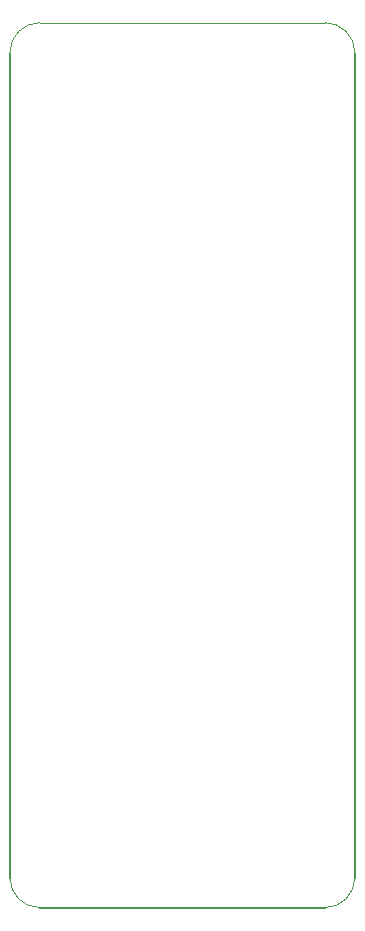
<source format=gm1>
G04 #@! TF.GenerationSoftware,KiCad,Pcbnew,5.0.1-33cea8e~66~ubuntu18.04.1*
G04 #@! TF.CreationDate,2018-10-13T22:06:55+09:00*
G04 #@! TF.ProjectId,pendant,70656E64616E742E6B696361645F7063,rev?*
G04 #@! TF.SameCoordinates,Original*
G04 #@! TF.FileFunction,Profile,NP*
%FSLAX46Y46*%
G04 Gerber Fmt 4.6, Leading zero omitted, Abs format (unit mm)*
G04 Created by KiCad (PCBNEW 5.0.1-33cea8e~66~ubuntu18.04.1) date 2018年10月13日 22時06分55秒*
%MOMM*%
%LPD*%
G01*
G04 APERTURE LIST*
%ADD10C,0.100000*%
%ADD11C,0.200000*%
G04 APERTURE END LIST*
D10*
X144780000Y-60960000D02*
X120650000Y-60960000D01*
X144780000Y-60960000D02*
G75*
G02X147320000Y-63500000I0J-2540000D01*
G01*
X118110000Y-63500000D02*
G75*
G02X120650000Y-60960000I2540000J0D01*
G01*
X120650000Y-135890000D02*
G75*
G02X118110000Y-133350000I0J2540000D01*
G01*
X147320000Y-133350000D02*
G75*
G02X144780000Y-135890000I-2540000J0D01*
G01*
D11*
X120650000Y-135890000D02*
X144780000Y-135890000D01*
X147320000Y-133350000D02*
X147320000Y-63500000D01*
X118110000Y-63500000D02*
X118110000Y-133350000D01*
M02*

</source>
